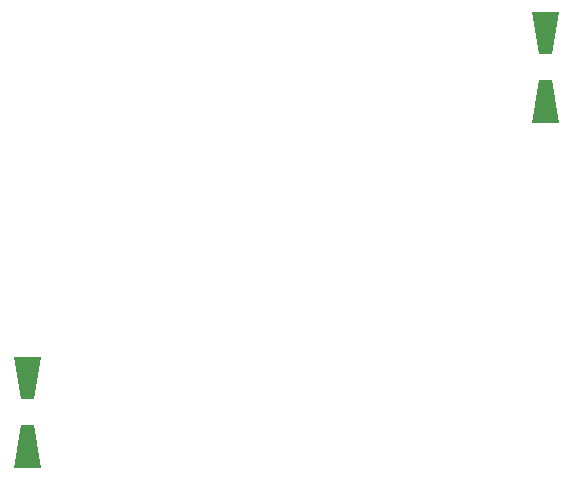
<source format=gbr>
%TF.GenerationSoftware,KiCad,Pcbnew,(5.1.6)-1*%
%TF.CreationDate,2021-04-28T12:41:24+02:00*%
%TF.ProjectId,combi_button,636f6d62-695f-4627-9574-746f6e2e6b69,rev?*%
%TF.SameCoordinates,Original*%
%TF.FileFunction,Paste,Bot*%
%TF.FilePolarity,Positive*%
%FSLAX46Y46*%
G04 Gerber Fmt 4.6, Leading zero omitted, Abs format (unit mm)*
G04 Created by KiCad (PCBNEW (5.1.6)-1) date 2021-04-28 12:41:24*
%MOMM*%
%LPD*%
G01*
G04 APERTURE LIST*
%ADD10C,0.100000*%
G04 APERTURE END LIST*
D10*
%TO.C,D3*%
G36*
X120350000Y-81300000D02*
G01*
X122650000Y-81300000D01*
X122050000Y-84900000D01*
X120950000Y-84900000D01*
X120350000Y-81300000D01*
G37*
G36*
X122650000Y-90700000D02*
G01*
X120350000Y-90700000D01*
X120950000Y-87100000D01*
X122050000Y-87100000D01*
X122650000Y-90700000D01*
G37*
%TD*%
%TO.C,D4*%
G36*
X78798000Y-119940000D02*
G01*
X76498000Y-119940000D01*
X77098000Y-116340000D01*
X78198000Y-116340000D01*
X78798000Y-119940000D01*
G37*
G36*
X76498000Y-110540000D02*
G01*
X78798000Y-110540000D01*
X78198000Y-114140000D01*
X77098000Y-114140000D01*
X76498000Y-110540000D01*
G37*
%TD*%
M02*

</source>
